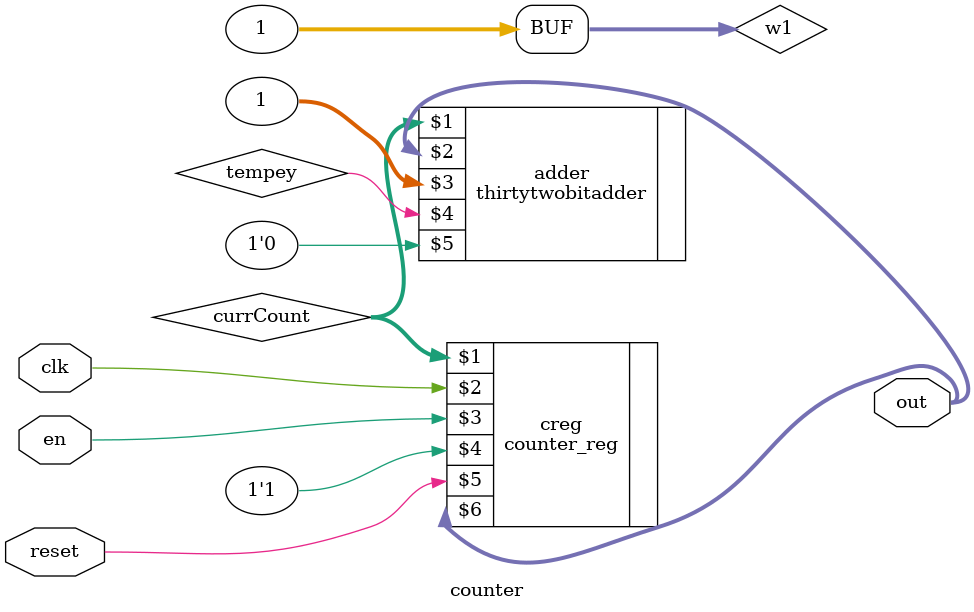
<source format=v>
module counter(out,clk,en,reset);
	input clk,en,reset;
	output [31:0] out;
	wire tempey;
	wire [31:0] w1, currCount;
	assign w1= 1;
    counter_reg creg(currCount, clk, en, 1'b1, reset, out);
	thirtytwobitadder adder(currCount,out,w1,tempey,1'b0);
endmodule

</source>
